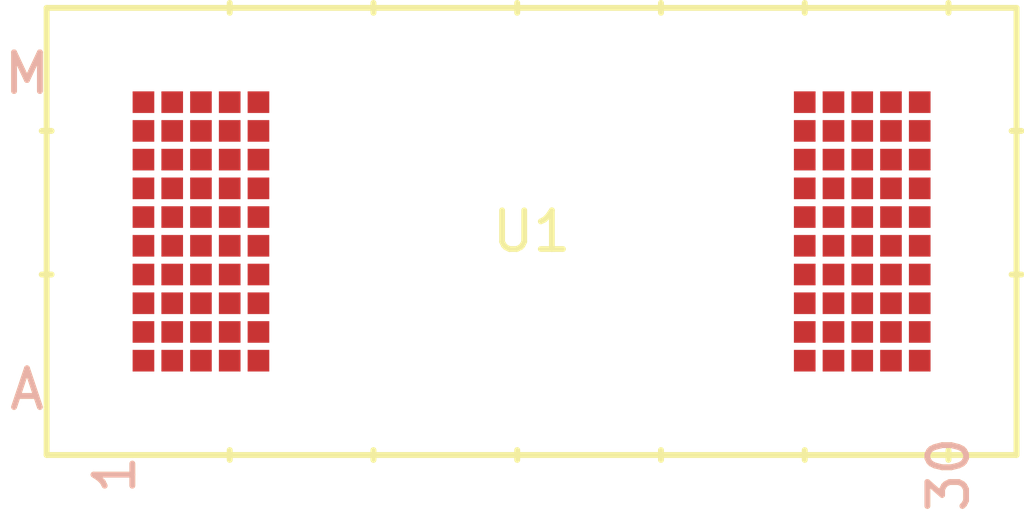
<source format=kicad_pcb>
(kicad_pcb (version 20240108) (generator "pcbnew") (generator_version "8.0")
  (layers (0 "F.Cu" signal) (31 "B.Cu" signal) (34 "B.Paste" user) (35 "F.Paste" user) (36 "B.SilkS" user "B.Silkscreen") (37 "F.SilkS" user "F.Silkscreen") (38 "B.Mask" user) (39 "F.Mask" user) (44 "Edge.Cuts" user))
  (net 0 "")
  (footprint "DLP:CLGA100_FQL_TEX" (layer "F.Cu") (at 51.977599 170.1592)
    (property "Reference" "U1" (at 0 0 0) (layer "F.SilkS"))
    (property "Value" "DLP4710AFQL")
    (fp_line (start -12.5222 -5.7785) (end -12.5222 5.7785) (stroke (width 0.1524)) (layer "F.SilkS"))
    (fp_line (start -12.5222 5.7785) (end 12.5222 5.7785) (stroke (width 0.1524)) (layer "F.SilkS"))
    (fp_line (start -12.3952 -2.59842) (end -12.6492 -2.59842) (stroke (width 0.1524)) (layer "F.SilkS"))
    (fp_line (start -12.3952 1.113536) (end -12.6492 1.113536) (stroke (width 0.1524)) (layer "F.SilkS"))
    (fp_line (start -7.79526 -5.6515) (end -7.79526 -5.9055) (stroke (width 0.1524)) (layer "F.SilkS"))
    (fp_line (start -7.79526 5.6515) (end -7.79526 5.9055) (stroke (width 0.1524)) (layer "F.SilkS"))
    (fp_line (start -4.083304 -5.6515) (end -4.083304 -5.9055) (stroke (width 0.1524)) (layer "F.SilkS"))
    (fp_line (start -4.083304 5.6515) (end -4.083304 5.9055) (stroke (width 0.1524)) (layer "F.SilkS"))
    (fp_line (start -0.371094 -5.6515) (end -0.371094 -5.9055) (stroke (width 0.1524)) (layer "F.SilkS"))
    (fp_line (start -0.371094 5.6515) (end -0.371094 5.9055) (stroke (width 0.1524)) (layer "F.SilkS"))
    (fp_line (start 3.340862 -5.6515) (end 3.340862 -5.9055) (stroke (width 0.1524)) (layer "F.SilkS"))
    (fp_line (start 3.340862 5.6515) (end 3.340862 5.9055) (stroke (width 0.1524)) (layer "F.SilkS"))
    (fp_line (start 7.052818 -5.6515) (end 7.052818 -5.9055) (stroke (width 0.1524)) (layer "F.SilkS"))
    (fp_line (start 7.052818 5.6515) (end 7.052818 5.9055) (stroke (width 0.1524)) (layer "F.SilkS"))
    (fp_line (start 10.764774 -5.6515) (end 10.764774 -5.9055) (stroke (width 0.1524)) (layer "F.SilkS"))
    (fp_line (start 10.764774 5.6515) (end 10.764774 5.9055) (stroke (width 0.1524)) (layer "F.SilkS"))
    (fp_line (start 12.3952 -2.59842) (end 12.6492 -2.59842) (stroke (width 0.1524)) (layer "F.SilkS"))
    (fp_line (start 12.3952 1.113536) (end 12.6492 1.113536) (stroke (width 0.1524)) (layer "F.SilkS"))
    (fp_line (start 12.5222 -5.7785) (end -12.5222 -5.7785) (stroke (width 0.1524)) (layer "F.SilkS"))
    (fp_line (start 12.5222 5.7785) (end 12.5222 -5.7785) (stroke (width 0.1524)) (layer "F.SilkS"))
    (fp_text user "M" (at -13.0302 -4.0832 0) (layer "B.SilkS"))
    (fp_text user "30" (at 10.764801 6.2865 90) (layer "B.SilkS"))
    (fp_text user "1" (at -10.764801 6.2865 90) (layer "B.SilkS"))
    (fp_text user "A" (at -13.0302 4.083201 0) (layer "B.SilkS"))
    (fp_text user "30" (at 10.764801 6.2865 90) (layer "F.SilkS"))
    (fp_text user "A" (at -13.0302 4.083201 0) (layer "F.SilkS"))
    (fp_text user "M" (at -13.0302 -4.0832 0) (layer "F.SilkS"))
    (fp_text user "1" (at -10.764801 6.2865 90) (layer "F.SilkS"))
    (pad "B2" smd rect (at -10.022401 3.3408) (size 0.5588 0.5588) (layers "F.Cu" "F.Paste" "F.Mask"))
    (pad "B3" smd rect (at -9.280001 3.3408) (size 0.5588 0.5588) (layers "F.Cu" "F.Paste" "F.Mask"))
    (pad "B4" smd rect (at -8.537601 3.3408) (size 0.5588 0.5588) (layers "F.Cu" "F.Paste" "F.Mask"))
    (pad "B5" smd rect (at -7.795201 3.3408) (size 0.5588 0.5588) (layers "F.Cu" "F.Paste" "F.Mask"))
    (pad "B6" smd rect (at -7.052801 3.3408) (size 0.5588 0.5588) (layers "F.Cu" "F.Paste" "F.Mask"))
    (pad "B25" smd rect (at 7.052801 3.3408) (size 0.5588 0.5588) (layers "F.Cu" "F.Paste" "F.Mask"))
    (pad "B26" smd rect (at 7.795201 3.3408) (size 0.5588 0.5588) (layers "F.Cu" "F.Paste" "F.Mask"))
    (pad "B27" smd rect (at 8.537601 3.3408) (size 0.5588 0.5588) (layers "F.Cu" "F.Paste" "F.Mask"))
    (pad "B28" smd rect (at 9.280001 3.3408) (size 0.5588 0.5588) (layers "F.Cu" "F.Paste" "F.Mask"))
    (pad "B29" smd rect (at 10.022401 3.3408) (size 0.5588 0.5588) (layers "F.Cu" "F.Paste" "F.Mask"))
    (pad "C2" smd rect (at -10.022401 2.5984) (size 0.5588 0.5588) (layers "F.Cu" "F.Paste" "F.Mask"))
    (pad "C3" smd rect (at -9.280001 2.5984) (size 0.5588 0.5588) (layers "F.Cu" "F.Paste" "F.Mask"))
    (pad "C4" smd rect (at -8.537601 2.5984) (size 0.5588 0.5588) (layers "F.Cu" "F.Paste" "F.Mask"))
    (pad "C5" smd rect (at -7.795201 2.5984) (size 0.5588 0.5588) (layers "F.Cu" "F.Paste" "F.Mask"))
    (pad "C6" smd rect (at -7.052801 2.5984) (size 0.5588 0.5588) (layers "F.Cu" "F.Paste" "F.Mask"))
    (pad "C25" smd rect (at 7.052801 2.5984) (size 0.5588 0.5588) (layers "F.Cu" "F.Paste" "F.Mask"))
    (pad "C26" smd rect (at 7.795201 2.5984) (size 0.5588 0.5588) (layers "F.Cu" "F.Paste" "F.Mask"))
    (pad "C27" smd rect (at 8.537601 2.5984) (size 0.5588 0.5588) (layers "F.Cu" "F.Paste" "F.Mask"))
    (pad "C28" smd rect (at 9.280001 2.5984) (size 0.5588 0.5588) (layers "F.Cu" "F.Paste" "F.Mask"))
    (pad "C29" smd rect (at 10.022401 2.5984) (size 0.5588 0.5588) (layers "F.Cu" "F.Paste" "F.Mask"))
    (pad "D2" smd rect (at -10.022401 1.856) (size 0.5588 0.5588) (layers "F.Cu" "F.Paste" "F.Mask"))
    (pad "D3" smd rect (at -9.280001 1.856) (size 0.5588 0.5588) (layers "F.Cu" "F.Paste" "F.Mask"))
    (pad "D4" smd rect (at -8.537601 1.856) (size 0.5588 0.5588) (layers "F.Cu" "F.Paste" "F.Mask"))
    (pad "D5" smd rect (at -7.795201 1.856) (size 0.5588 0.5588) (layers "F.Cu" "F.Paste" "F.Mask"))
    (pad "D6" smd rect (at -7.052801 1.856) (size 0.5588 0.5588) (layers "F.Cu" "F.Paste" "F.Mask"))
    (pad "D25" smd rect (at 7.052801 1.856) (size 0.5588 0.5588) (layers "F.Cu" "F.Paste" "F.Mask"))
    (pad "D26" smd rect (at 7.795201 1.856) (size 0.5588 0.5588) (layers "F.Cu" "F.Paste" "F.Mask"))
    (pad "D27" smd rect (at 8.537601 1.856) (size 0.5588 0.5588) (layers "F.Cu" "F.Paste" "F.Mask"))
    (pad "D28" smd rect (at 9.280001 1.856) (size 0.5588 0.5588) (layers "F.Cu" "F.Paste" "F.Mask"))
    (pad "D29" smd rect (at 10.022401 1.856) (size 0.5588 0.5588) (layers "F.Cu" "F.Paste" "F.Mask"))
    (pad "E2" smd rect (at -10.022401 1.1136) (size 0.5588 0.5588) (layers "F.Cu" "F.Paste" "F.Mask"))
    (pad "E3" smd rect (at -9.280001 1.1136) (size 0.5588 0.5588) (layers "F.Cu" "F.Paste" "F.Mask"))
    (pad "E4" smd rect (at -8.537601 1.1136) (size 0.5588 0.5588) (layers "F.Cu" "F.Paste" "F.Mask"))
    (pad "E5" smd rect (at -7.795201 1.1136) (size 0.5588 0.5588) (layers "F.Cu" "F.Paste" "F.Mask"))
    (pad "E6" smd rect (at -7.052801 1.1136) (size 0.5588 0.5588) (layers "F.Cu" "F.Paste" "F.Mask"))
    (pad "E25" smd rect (at 7.052801 1.1136) (size 0.5588 0.5588) (layers "F.Cu" "F.Paste" "F.Mask"))
    (pad "E26" smd rect (at 7.795201 1.1136) (size 0.5588 0.5588) (layers "F.Cu" "F.Paste" "F.Mask"))
    (pad "E27" smd rect (at 8.537601 1.1136) (size 0.5588 0.5588) (layers "F.Cu" "F.Paste" "F.Mask"))
    (pad "E28" smd rect (at 9.280001 1.1136) (size 0.5588 0.5588) (layers "F.Cu" "F.Paste" "F.Mask"))
    (pad "E29" smd rect (at 10.022401 1.1136) (size 0.5588 0.5588) (layers "F.Cu" "F.Paste" "F.Mask"))
    (pad "F2" smd rect (at -10.022401 0.3712) (size 0.5588 0.5588) (layers "F.Cu" "F.Paste" "F.Mask"))
    (pad "F3" smd rect (at -9.280001 0.3712) (size 0.5588 0.5588) (layers "F.Cu" "F.Paste" "F.Mask"))
    (pad "F4" smd rect (at -8.537601 0.3712) (size 0.5588 0.5588) (layers "F.Cu" "F.Paste" "F.Mask"))
    (pad "F5" smd rect (at -7.795201 0.3712) (size 0.5588 0.5588) (layers "F.Cu" "F.Paste" "F.Mask"))
    (pad "F6" smd rect (at -7.052801 0.3712) (size 0.5588 0.5588) (layers "F.Cu" "F.Paste" "F.Mask"))
    (pad "F25" smd rect (at 7.052801 0.3712) (size 0.5588 0.5588) (layers "F.Cu" "F.Paste" "F.Mask"))
    (pad "F26" smd rect (at 7.795201 0.3712) (size 0.5588 0.5588) (layers "F.Cu" "F.Paste" "F.Mask"))
    (pad "F27" smd rect (at 8.537601 0.3712) (size 0.5588 0.5588) (layers "F.Cu" "F.Paste" "F.Mask"))
    (pad "F28" smd rect (at 9.280001 0.3712) (size 0.5588 0.5588) (layers "F.Cu" "F.Paste" "F.Mask"))
    (pad "F29" smd rect (at 10.022401 0.3712) (size 0.5588 0.5588) (layers "F.Cu" "F.Paste" "F.Mask"))
    (pad "G2" smd rect (at -10.022401 -0.3712) (size 0.5588 0.5588) (layers "F.Cu" "F.Paste" "F.Mask"))
    (pad "G3" smd rect (at -9.280001 -0.3712) (size 0.5588 0.5588) (layers "F.Cu" "F.Paste" "F.Mask"))
    (pad "G4" smd rect (at -8.537601 -0.3712) (size 0.5588 0.5588) (layers "F.Cu" "F.Paste" "F.Mask"))
    (pad "G5" smd rect (at -7.795201 -0.3712) (size 0.5588 0.5588) (layers "F.Cu" "F.Paste" "F.Mask"))
    (pad "G6" smd rect (at -7.052801 -0.3712) (size 0.5588 0.5588) (layers "F.Cu" "F.Paste" "F.Mask"))
    (pad "G25" smd rect (at 7.052801 -0.3712) (size 0.5588 0.5588) (layers "F.Cu" "F.Paste" "F.Mask"))
    (pad "G26" smd rect (at 7.795201 -0.3712) (size 0.5588 0.5588) (layers "F.Cu" "F.Paste" "F.Mask"))
    (pad "G27" smd rect (at 8.537601 -0.3712) (size 0.5588 0.5588) (layers "F.Cu" "F.Paste" "F.Mask"))
    (pad "G28" smd rect (at 9.280001 -0.3712) (size 0.5588 0.5588) (layers "F.Cu" "F.Paste" "F.Mask"))
    (pad "G29" smd rect (at 10.022401 -0.3712) (size 0.5588 0.5588) (layers "F.Cu" "F.Paste" "F.Mask"))
    (pad "H2" smd rect (at -10.022401 -1.1136) (size 0.5588 0.5588) (layers "F.Cu" "F.Paste" "F.Mask"))
    (pad "H3" smd rect (at -9.280001 -1.1136) (size 0.5588 0.5588) (layers "F.Cu" "F.Paste" "F.Mask"))
    (pad "H4" smd rect (at -8.537601 -1.1136) (size 0.5588 0.5588) (layers "F.Cu" "F.Paste" "F.Mask"))
    (pad "H5" smd rect (at -7.795201 -1.1136) (size 0.5588 0.5588) (layers "F.Cu" "F.Paste" "F.Mask"))
    (pad "H6" smd rect (at -7.052801 -1.1136) (size 0.5588 0.5588) (layers "F.Cu" "F.Paste" "F.Mask"))
    (pad "H25" smd rect (at 7.052801 -1.1136) (size 0.5588 0.5588) (layers "F.Cu" "F.Paste" "F.Mask"))
    (pad "H26" smd rect (at 7.795201 -1.1136) (size 0.5588 0.5588) (layers "F.Cu" "F.Paste" "F.Mask"))
    (pad "H27" smd rect (at 8.537601 -1.1136) (size 0.5588 0.5588) (layers "F.Cu" "F.Paste" "F.Mask"))
    (pad "H28" smd rect (at 9.280001 -1.1136) (size 0.5588 0.5588) (layers "F.Cu" "F.Paste" "F.Mask"))
    (pad "H29" smd rect (at 10.022401 -1.1136) (size 0.5588 0.5588) (layers "F.Cu" "F.Paste" "F.Mask"))
    (pad "J2" smd rect (at -10.022401 -1.856) (size 0.5588 0.5588) (layers "F.Cu" "F.Paste" "F.Mask"))
    (pad "J3" smd rect (at -9.280001 -1.856) (size 0.5588 0.5588) (layers "F.Cu" "F.Paste" "F.Mask"))
    (pad "J4" smd rect (at -8.537601 -1.856) (size 0.5588 0.5588) (layers "F.Cu" "F.Paste" "F.Mask"))
    (pad "J5" smd rect (at -7.795201 -1.856) (size 0.5588 0.5588) (layers "F.Cu" "F.Paste" "F.Mask"))
    (pad "J6" smd rect (at -7.052801 -1.856) (size 0.5588 0.5588) (layers "F.Cu" "F.Paste" "F.Mask"))
    (pad "J25" smd rect (at 7.052801 -1.856) (size 0.5588 0.5588) (layers "F.Cu" "F.Paste" "F.Mask"))
    (pad "J26" smd rect (at 7.795201 -1.856) (size 0.5588 0.5588) (layers "F.Cu" "F.Paste" "F.Mask"))
    (pad "J27" smd rect (at 8.537601 -1.856) (size 0.5588 0.5588) (layers "F.Cu" "F.Paste" "F.Mask"))
    (pad "J28" smd rect (at 9.280001 -1.856) (size 0.5588 0.5588) (layers "F.Cu" "F.Paste" "F.Mask"))
    (pad "J29" smd rect (at 10.022401 -1.856) (size 0.5588 0.5588) (layers "F.Cu" "F.Paste" "F.Mask"))
    (pad "K2" smd rect (at -10.022401 -2.5984) (size 0.5588 0.5588) (layers "F.Cu" "F.Paste" "F.Mask"))
    (pad "K3" smd rect (at -9.280001 -2.5984) (size 0.5588 0.5588) (layers "F.Cu" "F.Paste" "F.Mask"))
    (pad "K4" smd rect (at -8.537601 -2.5984) (size 0.5588 0.5588) (layers "F.Cu" "F.Paste" "F.Mask"))
    (pad "K5" smd rect (at -7.795201 -2.5984) (size 0.5588 0.5588) (layers "F.Cu" "F.Paste" "F.Mask"))
    (pad "K6" smd rect (at -7.052801 -2.5984) (size 0.5588 0.5588) (layers "F.Cu" "F.Paste" "F.Mask"))
    (pad "K25" smd rect (at 7.052801 -2.5984) (size 0.5588 0.5588) (layers "F.Cu" "F.Paste" "F.Mask"))
    (pad "K26" smd rect (at 7.795201 -2.5984) (size 0.5588 0.5588) (layers "F.Cu" "F.Paste" "F.Mask"))
    (pad "K27" smd rect (at 8.537601 -2.5984) (size 0.5588 0.5588) (layers "F.Cu" "F.Paste" "F.Mask"))
    (pad "K28" smd rect (at 9.280001 -2.5984) (size 0.5588 0.5588) (layers "F.Cu" "F.Paste" "F.Mask"))
    (pad "K29" smd rect (at 10.022401 -2.5984) (size 0.5588 0.5588) (layers "F.Cu" "F.Paste" "F.Mask"))
    (pad "L2" smd rect (at -10.022401 -3.3408) (size 0.5588 0.5588) (layers "F.Cu" "F.Paste" "F.Mask"))
    (pad "L3" smd rect (at -9.280001 -3.3408) (size 0.5588 0.5588) (layers "F.Cu" "F.Paste" "F.Mask"))
    (pad "L4" smd rect (at -8.537601 -3.3408) (size 0.5588 0.5588) (layers "F.Cu" "F.Paste" "F.Mask"))
    (pad "L5" smd rect (at -7.795201 -3.3408) (size 0.5588 0.5588) (layers "F.Cu" "F.Paste" "F.Mask"))
    (pad "L6" smd rect (at -7.052801 -3.3408) (size 0.5588 0.5588) (layers "F.Cu" "F.Paste" "F.Mask"))
    (pad "L25" smd rect (at 7.052801 -3.3408) (size 0.5588 0.5588) (layers "F.Cu" "F.Paste" "F.Mask"))
    (pad "L26" smd rect (at 7.795201 -3.3408) (size 0.5588 0.5588) (layers "F.Cu" "F.Paste" "F.Mask"))
    (pad "L27" smd rect (at 8.537601 -3.3408) (size 0.5588 0.5588) (layers "F.Cu" "F.Paste" "F.Mask"))
    (pad "L28" smd rect (at 9.280001 -3.3408) (size 0.5588 0.5588) (layers "F.Cu" "F.Paste" "F.Mask"))
    (pad "L29" smd rect (at 10.022401 -3.3408) (size 0.5588 0.5588) (layers "F.Cu" "F.Paste" "F.Mask"))
  )
)
</source>
